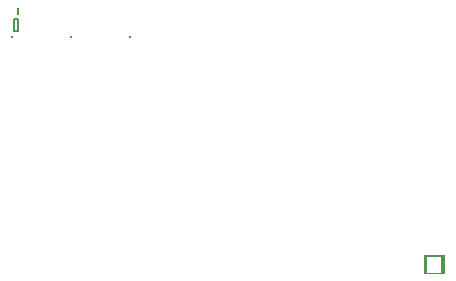
<source format=gbr>
G04 #@! TF.GenerationSoftware,KiCad,7.0*
G04 #@! TF.CreationDate,2025-02-21*
G04 #@! TF.ProjectId,gerbelview-sample*
%TF.FileFunction,Legend,Bot*%
%TF.FilePolarity,Positive*%
%FSLAX46Y46*%
%MOMM*%
%ADD10C,0.150000*%
%ADD11C,0.200000*%
%ADD12C,0.250000*%
%ADD13R,0.300000X0.150000*%
%ADD14O,0.350000X0.180000*%
G01*
G04 Layer: B.SilkS (Back Silkscreen)*
G04 Component outlines and reference designators*
%
D10*
X0Y0D02*
G04 U4 outline*
X5000000Y25000000D02*
X8000000Y25000000D01*
X8000000Y28000000D01*
X5000000Y28000000D01*
X5000000Y25000000D01*
G04 U5 outline*
X10000000Y25000000D02*
X13000000Y25000000D01*
X13000000Y28000000D01*
X10000000Y28000000D01*
X10000000Y25000000D01*
%
D11*
G04 Pin 1 indicators*
X5000000Y25000000D03*
X10000000Y25000000D03*
X15000000Y25000000D03*
%
D12*
G04 C2 outline*
X35000000Y20000000D02*
X36000000Y20000000D01*
X36000000Y21000000D01*
X35000000Y21000000D01*
X35000000Y20000000D01*
%
D13*
G04 R2 outline*
X40000000Y5000000D02*
X41500000Y5000000D01*
X41500000Y6500000D01*
X40000000Y6500000D01*
X40000000Y5000000D01*
%
D14*
G04 J2 connector outline*
X45000000Y25000000D02*
X46000000Y25000000D01*
X46000000Y26000000D01*
X45000000Y26000000D01*
X45000000Y25000000D01*
%
G04 Text-like traces*
D10*
X5200000Y25500000D02*
X5500000Y25500000D01*
X5500000Y26500000D01*
X5200000Y26500000D01*
X5200000Y25500000D01*
X5500000Y27000000D02*
X5500000Y27500000D01*
%
M02*

</source>
